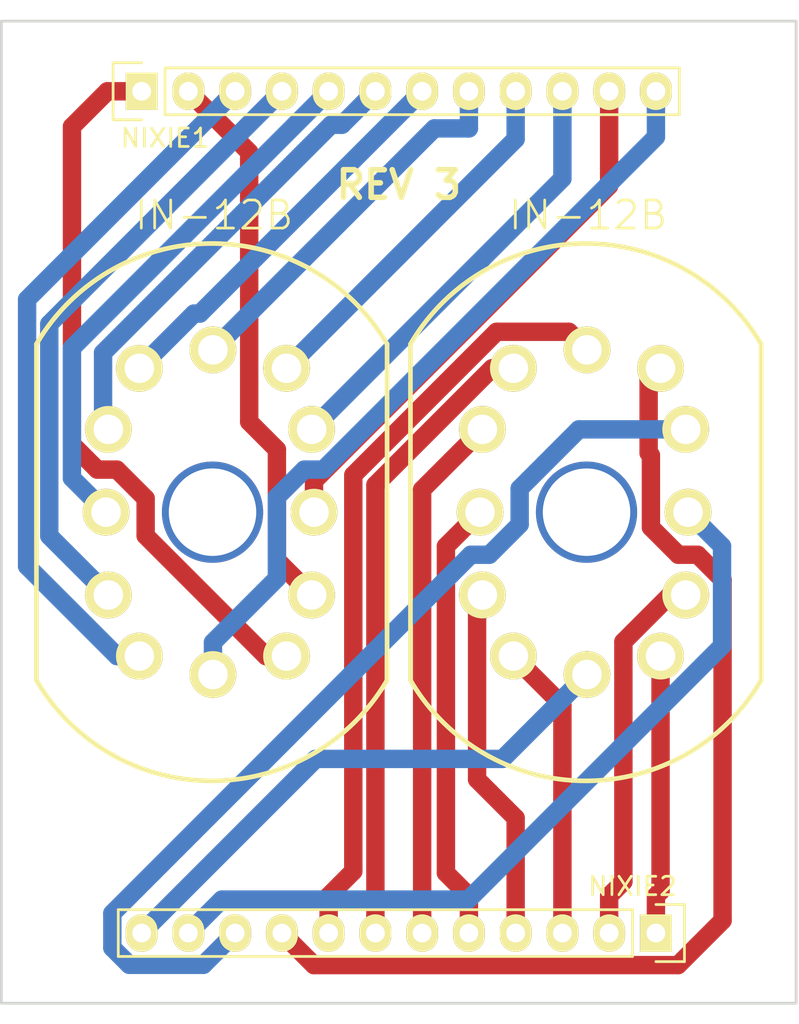
<source format=kicad_pcb>
(kicad_pcb (version 4) (host pcbnew "(2015-10-31 BZR 6288)-product")

  (general
    (links 24)
    (no_connects 0)
    (area 112.954999 53.264999 156.285001 106.755001)
    (thickness 1.6)
    (drawings 7)
    (tracks 107)
    (zones 0)
    (modules 4)
    (nets 25)
  )

  (page A4)
  (layers
    (0 F.Cu signal)
    (31 B.Cu signal)
    (32 B.Adhes user)
    (33 F.Adhes user)
    (34 B.Paste user)
    (35 F.Paste user)
    (36 B.SilkS user)
    (37 F.SilkS user)
    (38 B.Mask user)
    (39 F.Mask user)
    (40 Dwgs.User user)
    (41 Cmts.User user)
    (42 Eco1.User user)
    (43 Eco2.User user)
    (44 Edge.Cuts user)
    (45 Margin user)
    (46 B.CrtYd user)
    (47 F.CrtYd user)
    (48 B.Fab user)
    (49 F.Fab user)
  )

  (setup
    (last_trace_width 0.75)
    (trace_clearance 0.25)
    (zone_clearance 0.508)
    (zone_45_only no)
    (trace_min 0.2)
    (segment_width 0.2)
    (edge_width 0.15)
    (via_size 0.7)
    (via_drill 0.6)
    (via_min_size 0.4)
    (via_min_drill 0.3)
    (uvia_size 0.3)
    (uvia_drill 0.1)
    (uvias_allowed no)
    (uvia_min_size 0.2)
    (uvia_min_drill 0.1)
    (pcb_text_width 0.3)
    (pcb_text_size 1.5 1.5)
    (mod_edge_width 0.15)
    (mod_text_size 1 1)
    (mod_text_width 0.15)
    (pad_size 1.524 1.524)
    (pad_drill 0.762)
    (pad_to_mask_clearance 0.2)
    (aux_axis_origin 0 0)
    (visible_elements FFFFFF7F)
    (pcbplotparams
      (layerselection 0x010f0_80000001)
      (usegerberextensions true)
      (excludeedgelayer true)
      (linewidth 0.100000)
      (plotframeref false)
      (viasonmask false)
      (mode 1)
      (useauxorigin false)
      (hpglpennumber 1)
      (hpglpenspeed 20)
      (hpglpendiameter 15)
      (hpglpenoverlay 2)
      (psnegative false)
      (psa4output false)
      (plotreference true)
      (plotvalue true)
      (plotinvisibletext false)
      (padsonsilk false)
      (subtractmaskfromsilk false)
      (outputformat 1)
      (mirror false)
      (drillshape 0)
      (scaleselection 1)
      (outputdirectory GerberFiles/))
  )

  (net 0 "")
  (net 1 "Net-(N1-Pad0)")
  (net 2 "Net-(N1-Pad1)")
  (net 3 "Net-(N1-Pad2)")
  (net 4 "Net-(N1-Pad3)")
  (net 5 "Net-(N1-Pad4)")
  (net 6 "Net-(N1-Pad5)")
  (net 7 "Net-(N1-Pad6)")
  (net 8 "Net-(N1-Pad7)")
  (net 9 "Net-(N1-Pad8)")
  (net 10 "Net-(N1-Pad9)")
  (net 11 "Net-(N1-PadA)")
  (net 12 "Net-(N1-PadLHDP)")
  (net 13 "Net-(N2-Pad0)")
  (net 14 "Net-(N2-Pad1)")
  (net 15 "Net-(N2-Pad2)")
  (net 16 "Net-(N2-Pad3)")
  (net 17 "Net-(N2-Pad4)")
  (net 18 "Net-(N2-Pad5)")
  (net 19 "Net-(N2-Pad6)")
  (net 20 "Net-(N2-Pad7)")
  (net 21 "Net-(N2-Pad8)")
  (net 22 "Net-(N2-Pad9)")
  (net 23 "Net-(N2-PadA)")
  (net 24 "Net-(N2-PadLHDP)")

  (net_class Default "This is the default net class."
    (clearance 0.25)
    (trace_width 0.75)
    (via_dia 0.7)
    (via_drill 0.6)
    (uvia_dia 0.3)
    (uvia_drill 0.1)
    (add_net "Net-(N1-Pad0)")
    (add_net "Net-(N1-Pad1)")
    (add_net "Net-(N1-Pad2)")
    (add_net "Net-(N1-Pad3)")
    (add_net "Net-(N1-Pad4)")
    (add_net "Net-(N1-Pad5)")
    (add_net "Net-(N1-Pad6)")
    (add_net "Net-(N1-Pad7)")
    (add_net "Net-(N1-Pad8)")
    (add_net "Net-(N1-Pad9)")
    (add_net "Net-(N1-PadA)")
    (add_net "Net-(N1-PadLHDP)")
    (add_net "Net-(N2-Pad0)")
    (add_net "Net-(N2-Pad1)")
    (add_net "Net-(N2-Pad2)")
    (add_net "Net-(N2-Pad3)")
    (add_net "Net-(N2-Pad4)")
    (add_net "Net-(N2-Pad5)")
    (add_net "Net-(N2-Pad6)")
    (add_net "Net-(N2-Pad7)")
    (add_net "Net-(N2-Pad8)")
    (add_net "Net-(N2-Pad9)")
    (add_net "Net-(N2-PadA)")
    (add_net "Net-(N2-PadLHDP)")
  )

  (module Pin_Headers:Pin_Header_Straight_1x12 (layer F.Cu) (tedit 56554783) (tstamp 563AB997)
    (at 120.65 57.15 90)
    (descr "Through hole pin header")
    (tags "pin header")
    (path /56396AB9)
    (fp_text reference P1 (at 0 -5.1 90) (layer F.Fab)
      (effects (font (size 1 1) (thickness 0.15)))
    )
    (fp_text value CONN_01X12 (at 0 -3.1 90) (layer F.Fab)
      (effects (font (size 1 1) (thickness 0.15)))
    )
    (fp_line (start -1.75 -1.75) (end -1.75 29.7) (layer F.CrtYd) (width 0.05))
    (fp_line (start 1.75 -1.75) (end 1.75 29.7) (layer F.CrtYd) (width 0.05))
    (fp_line (start -1.75 -1.75) (end 1.75 -1.75) (layer F.CrtYd) (width 0.05))
    (fp_line (start -1.75 29.7) (end 1.75 29.7) (layer F.CrtYd) (width 0.05))
    (fp_line (start 1.27 1.27) (end 1.27 29.21) (layer F.SilkS) (width 0.15))
    (fp_line (start 1.27 29.21) (end -1.27 29.21) (layer F.SilkS) (width 0.15))
    (fp_line (start -1.27 29.21) (end -1.27 1.27) (layer F.SilkS) (width 0.15))
    (fp_line (start 1.55 -1.55) (end 1.55 0) (layer F.SilkS) (width 0.15))
    (fp_line (start 1.27 1.27) (end -1.27 1.27) (layer F.SilkS) (width 0.15))
    (fp_line (start -1.55 0) (end -1.55 -1.55) (layer F.SilkS) (width 0.15))
    (fp_line (start -1.55 -1.55) (end 1.55 -1.55) (layer F.SilkS) (width 0.15))
    (pad 1 thru_hole rect (at 0 0 90) (size 2.032 1.7272) (drill 1.016) (layers *.Cu *.Mask F.SilkS)
      (net 11 "Net-(N1-PadA)"))
    (pad 2 thru_hole oval (at 0 2.54 90) (size 2.032 1.7272) (drill 1.016) (layers *.Cu *.Mask F.SilkS)
      (net 1 "Net-(N1-Pad0)"))
    (pad 3 thru_hole oval (at 0 5.08 90) (size 2.032 1.7272) (drill 1.016) (layers *.Cu *.Mask F.SilkS)
      (net 2 "Net-(N1-Pad1)"))
    (pad 4 thru_hole oval (at 0 7.62 90) (size 2.032 1.7272) (drill 1.016) (layers *.Cu *.Mask F.SilkS)
      (net 3 "Net-(N1-Pad2)"))
    (pad 5 thru_hole oval (at 0 10.16 90) (size 2.032 1.7272) (drill 1.016) (layers *.Cu *.Mask F.SilkS)
      (net 4 "Net-(N1-Pad3)"))
    (pad 6 thru_hole oval (at 0 12.7 90) (size 2.032 1.7272) (drill 1.016) (layers *.Cu *.Mask F.SilkS)
      (net 5 "Net-(N1-Pad4)"))
    (pad 7 thru_hole oval (at 0 15.24 90) (size 2.032 1.7272) (drill 1.016) (layers *.Cu *.Mask F.SilkS)
      (net 6 "Net-(N1-Pad5)"))
    (pad 8 thru_hole oval (at 0 17.78 90) (size 2.032 1.7272) (drill 1.016) (layers *.Cu *.Mask F.SilkS)
      (net 7 "Net-(N1-Pad6)"))
    (pad 9 thru_hole oval (at 0 20.32 90) (size 2.032 1.7272) (drill 1.016) (layers *.Cu *.Mask F.SilkS)
      (net 8 "Net-(N1-Pad7)"))
    (pad 10 thru_hole oval (at 0 22.86 90) (size 2.032 1.7272) (drill 1.016) (layers *.Cu *.Mask F.SilkS)
      (net 9 "Net-(N1-Pad8)"))
    (pad 11 thru_hole oval (at 0 25.4 90) (size 2.032 1.7272) (drill 1.016) (layers *.Cu *.Mask F.SilkS)
      (net 10 "Net-(N1-Pad9)"))
    (pad 12 thru_hole oval (at 0 27.94 90) (size 2.032 1.7272) (drill 1.016) (layers *.Cu *.Mask F.SilkS)
      (net 12 "Net-(N1-PadLHDP)"))
    (model Pin_Headers.3dshapes/Pin_Header_Straight_1x12.wrl
      (at (xyz 0 -0.55 0))
      (scale (xyz 1 1 1))
      (rotate (xyz 0 0 90))
    )
  )

  (module Pin_Headers:Pin_Header_Straight_1x12 (layer F.Cu) (tedit 5655478E) (tstamp 563AB9B2)
    (at 148.59 102.87 270)
    (descr "Through hole pin header")
    (tags "pin header")
    (path /56396B24)
    (fp_text reference P2 (at 0 -5.1 270) (layer F.Fab)
      (effects (font (size 1 1) (thickness 0.15)))
    )
    (fp_text value CONN_01X12 (at 0 -3.1 270) (layer F.Fab)
      (effects (font (size 1 1) (thickness 0.15)))
    )
    (fp_line (start -1.75 -1.75) (end -1.75 29.7) (layer F.CrtYd) (width 0.05))
    (fp_line (start 1.75 -1.75) (end 1.75 29.7) (layer F.CrtYd) (width 0.05))
    (fp_line (start -1.75 -1.75) (end 1.75 -1.75) (layer F.CrtYd) (width 0.05))
    (fp_line (start -1.75 29.7) (end 1.75 29.7) (layer F.CrtYd) (width 0.05))
    (fp_line (start 1.27 1.27) (end 1.27 29.21) (layer F.SilkS) (width 0.15))
    (fp_line (start 1.27 29.21) (end -1.27 29.21) (layer F.SilkS) (width 0.15))
    (fp_line (start -1.27 29.21) (end -1.27 1.27) (layer F.SilkS) (width 0.15))
    (fp_line (start 1.55 -1.55) (end 1.55 0) (layer F.SilkS) (width 0.15))
    (fp_line (start 1.27 1.27) (end -1.27 1.27) (layer F.SilkS) (width 0.15))
    (fp_line (start -1.55 0) (end -1.55 -1.55) (layer F.SilkS) (width 0.15))
    (fp_line (start -1.55 -1.55) (end 1.55 -1.55) (layer F.SilkS) (width 0.15))
    (pad 1 thru_hole rect (at 0 0 270) (size 2.032 1.7272) (drill 1.016) (layers *.Cu *.Mask F.SilkS)
      (net 23 "Net-(N2-PadA)"))
    (pad 2 thru_hole oval (at 0 2.54 270) (size 2.032 1.7272) (drill 1.016) (layers *.Cu *.Mask F.SilkS)
      (net 13 "Net-(N2-Pad0)"))
    (pad 3 thru_hole oval (at 0 5.08 270) (size 2.032 1.7272) (drill 1.016) (layers *.Cu *.Mask F.SilkS)
      (net 14 "Net-(N2-Pad1)"))
    (pad 4 thru_hole oval (at 0 7.62 270) (size 2.032 1.7272) (drill 1.016) (layers *.Cu *.Mask F.SilkS)
      (net 15 "Net-(N2-Pad2)"))
    (pad 5 thru_hole oval (at 0 10.16 270) (size 2.032 1.7272) (drill 1.016) (layers *.Cu *.Mask F.SilkS)
      (net 16 "Net-(N2-Pad3)"))
    (pad 6 thru_hole oval (at 0 12.7 270) (size 2.032 1.7272) (drill 1.016) (layers *.Cu *.Mask F.SilkS)
      (net 17 "Net-(N2-Pad4)"))
    (pad 7 thru_hole oval (at 0 15.24 270) (size 2.032 1.7272) (drill 1.016) (layers *.Cu *.Mask F.SilkS)
      (net 18 "Net-(N2-Pad5)"))
    (pad 8 thru_hole oval (at 0 17.78 270) (size 2.032 1.7272) (drill 1.016) (layers *.Cu *.Mask F.SilkS)
      (net 19 "Net-(N2-Pad6)"))
    (pad 9 thru_hole oval (at 0 20.32 270) (size 2.032 1.7272) (drill 1.016) (layers *.Cu *.Mask F.SilkS)
      (net 20 "Net-(N2-Pad7)"))
    (pad 10 thru_hole oval (at 0 22.86 270) (size 2.032 1.7272) (drill 1.016) (layers *.Cu *.Mask F.SilkS)
      (net 21 "Net-(N2-Pad8)"))
    (pad 11 thru_hole oval (at 0 25.4 270) (size 2.032 1.7272) (drill 1.016) (layers *.Cu *.Mask F.SilkS)
      (net 22 "Net-(N2-Pad9)"))
    (pad 12 thru_hole oval (at 0 27.94 270) (size 2.032 1.7272) (drill 1.016) (layers *.Cu *.Mask F.SilkS)
      (net 24 "Net-(N2-PadLHDP)"))
    (model Pin_Headers.3dshapes/Pin_Header_Straight_1x12.wrl
      (at (xyz 0 -0.55 0))
      (scale (xyz 1 1 1))
      (rotate (xyz 0 0 90))
    )
  )

  (module IN12B:russian-nixies-IN-12 (layer F.Cu) (tedit 56554754) (tstamp 563AB960)
    (at 124.46 80.01)
    (descr "MAY BE USED WITH SOCKET: SK-136")
    (tags "MAY BE USED WITH SOCKET: SK-136")
    (path /563969E1)
    (attr virtual)
    (fp_text reference N1 (at 10.69848 0.0635 90) (layer F.Fab)
      (effects (font (size 1.27 1.27) (thickness 0.0889)))
    )
    (fp_text value IN-12B (at 0.127 -16.129) (layer F.SilkS)
      (effects (font (thickness 0.15)))
    )
    (fp_line (start 9.525 -9.128125) (end 9.525 9.128125) (layer F.SilkS) (width 0.254))
    (fp_line (start -9.525 9.128125) (end -9.525 -9.128125) (layer F.SilkS) (width 0.254))
    (fp_arc (start 0 3.559048) (end 9.525 9.128125) (angle 119.4) (layer F.SilkS) (width 0.254))
    (fp_arc (start 0 -3.559048) (end -9.525 -9.128125) (angle 119.4) (layer F.SilkS) (width 0.254))
    (pad 0 thru_hole circle (at 5.42798 4.49834) (size 2.54 2.54) (drill 1.6) (layers *.Cu *.Mask F.SilkS)
      (net 1 "Net-(N1-Pad0)"))
    (pad 1 thru_hole circle (at -3.93446 7.81558) (size 2.54 2.54) (drill 1.6) (layers *.Cu *.Mask F.SilkS)
      (net 2 "Net-(N1-Pad1)"))
    (pad 2 thru_hole circle (at -5.61848 4.49834) (size 2.54 2.54) (drill 1.6) (layers *.Cu *.Mask F.SilkS)
      (net 3 "Net-(N1-Pad2)"))
    (pad 3 thru_hole circle (at -5.74548 0) (size 2.54 2.54) (drill 1.6) (layers *.Cu *.Mask F.SilkS)
      (net 4 "Net-(N1-Pad3)"))
    (pad 4 thru_hole circle (at -5.61848 -4.49834) (size 2.54 2.54) (drill 1.6) (layers *.Cu *.Mask F.SilkS)
      (net 5 "Net-(N1-Pad4)"))
    (pad 5 thru_hole circle (at -3.93446 -7.81558) (size 2.54 2.54) (drill 1.6) (layers *.Cu *.Mask F.SilkS)
      (net 6 "Net-(N1-Pad5)"))
    (pad 6 thru_hole circle (at 0.0635 -8.81634) (size 2.54 2.54) (drill 1.6) (layers *.Cu *.Mask F.SilkS)
      (net 7 "Net-(N1-Pad6)"))
    (pad 7 thru_hole circle (at 4.06146 -7.81558) (size 2.54 2.54) (drill 1.6) (layers *.Cu *.Mask F.SilkS)
      (net 8 "Net-(N1-Pad7)"))
    (pad 8 thru_hole circle (at 5.42798 -4.49834) (size 2.54 2.54) (drill 1.6) (layers *.Cu *.Mask F.SilkS)
      (net 9 "Net-(N1-Pad8)"))
    (pad 9 thru_hole circle (at 5.55498 0) (size 2.54 2.54) (drill 1.6) (layers *.Cu *.Mask F.SilkS)
      (net 10 "Net-(N1-Pad9)"))
    (pad A thru_hole circle (at 4.06146 7.81558) (size 2.54 2.54) (drill 1.6) (layers *.Cu *.Mask F.SilkS)
      (net 11 "Net-(N1-PadA)"))
    (pad LHDP thru_hole circle (at 0.0635 8.81634) (size 2.54 2.54) (drill 1.6) (layers *.Cu *.Mask F.SilkS)
      (net 12 "Net-(N1-PadLHDP)"))
    (pad "" thru_hole circle (at 0.041 0) (size 5.5 5.5) (drill 4.75) (layers *.Cu))
  )

  (module IN12B:russian-nixies-IN-12 (layer F.Cu) (tedit 56554745) (tstamp 563AB97C)
    (at 144.78 80.01)
    (descr "MAY BE USED WITH SOCKET: SK-136")
    (tags "MAY BE USED WITH SOCKET: SK-136")
    (path /56396A4D)
    (attr virtual)
    (fp_text reference N2 (at 10.69848 0.0635 90) (layer F.Fab)
      (effects (font (size 1.27 1.27) (thickness 0.0889)))
    )
    (fp_text value IN-12B (at 0.127 -16.129) (layer F.SilkS)
      (effects (font (thickness 0.15)))
    )
    (fp_line (start 9.525 -9.128125) (end 9.525 9.128125) (layer F.SilkS) (width 0.254))
    (fp_line (start -9.525 9.128125) (end -9.525 -9.128125) (layer F.SilkS) (width 0.254))
    (fp_arc (start 0 3.559048) (end 9.525 9.128125) (angle 119.4) (layer F.SilkS) (width 0.254))
    (fp_arc (start 0 -3.559048) (end -9.525 -9.128125) (angle 119.4) (layer F.SilkS) (width 0.254))
    (pad 0 thru_hole circle (at 5.42798 4.49834) (size 2.54 2.54) (drill 1.6) (layers *.Cu *.Mask F.SilkS)
      (net 13 "Net-(N2-Pad0)"))
    (pad 1 thru_hole circle (at -3.93446 7.81558) (size 2.54 2.54) (drill 1.6) (layers *.Cu *.Mask F.SilkS)
      (net 14 "Net-(N2-Pad1)"))
    (pad 2 thru_hole circle (at -5.61848 4.49834) (size 2.54 2.54) (drill 1.6) (layers *.Cu *.Mask F.SilkS)
      (net 15 "Net-(N2-Pad2)"))
    (pad 3 thru_hole circle (at -5.74548 0) (size 2.54 2.54) (drill 1.6) (layers *.Cu *.Mask F.SilkS)
      (net 16 "Net-(N2-Pad3)"))
    (pad 4 thru_hole circle (at -5.61848 -4.49834) (size 2.54 2.54) (drill 1.6) (layers *.Cu *.Mask F.SilkS)
      (net 17 "Net-(N2-Pad4)"))
    (pad 5 thru_hole circle (at -3.93446 -7.81558) (size 2.54 2.54) (drill 1.6) (layers *.Cu *.Mask F.SilkS)
      (net 18 "Net-(N2-Pad5)"))
    (pad 6 thru_hole circle (at 0.0635 -8.81634) (size 2.54 2.54) (drill 1.6) (layers *.Cu *.Mask F.SilkS)
      (net 19 "Net-(N2-Pad6)"))
    (pad 7 thru_hole circle (at 4.06146 -7.81558) (size 2.54 2.54) (drill 1.6) (layers *.Cu *.Mask F.SilkS)
      (net 20 "Net-(N2-Pad7)"))
    (pad 8 thru_hole circle (at 5.42798 -4.49834) (size 2.54 2.54) (drill 1.6) (layers *.Cu *.Mask F.SilkS)
      (net 21 "Net-(N2-Pad8)"))
    (pad 9 thru_hole circle (at 5.55498 0) (size 2.54 2.54) (drill 1.6) (layers *.Cu *.Mask F.SilkS)
      (net 22 "Net-(N2-Pad9)"))
    (pad A thru_hole circle (at 4.06146 7.81558) (size 2.54 2.54) (drill 1.6) (layers *.Cu *.Mask F.SilkS)
      (net 23 "Net-(N2-PadA)"))
    (pad LHDP thru_hole circle (at 0.0635 8.81634) (size 2.54 2.54) (drill 1.6) (layers *.Cu *.Mask F.SilkS)
      (net 24 "Net-(N2-PadLHDP)"))
    (pad "" thru_hole circle (at 0.041 0) (size 5.5 5.5) (drill 4.75) (layers *.Cu))
  )

  (gr_text NIXIE2 (at 147.32 100.33) (layer F.SilkS)
    (effects (font (size 1 1) (thickness 0.15)))
  )
  (gr_text NIXIE1 (at 121.92 59.69) (layer F.SilkS)
    (effects (font (size 1 1) (thickness 0.15)))
  )
  (gr_text "REV 3" (at 134.62 62.23) (layer F.SilkS)
    (effects (font (size 1.5 1.5) (thickness 0.3)))
  )
  (gr_line (start 156.21 53.34) (end 156.21 106.68) (angle 90) (layer Edge.Cuts) (width 0.15))
  (gr_line (start 113.03 53.34) (end 156.21 53.34) (angle 90) (layer Edge.Cuts) (width 0.15))
  (gr_line (start 113.03 106.68) (end 113.03 53.34) (angle 90) (layer Edge.Cuts) (width 0.15))
  (gr_line (start 156.21 106.68) (end 113.03 106.68) (angle 90) (layer Edge.Cuts) (width 0.15))

  (segment (start 126.494 60.454) (end 123.19 57.15) (width 1) (layer F.Cu) (net 1))
  (segment (start 126.494 75.1017) (end 126.494 60.454) (width 1) (layer F.Cu) (net 1))
  (segment (start 127.998 76.6057) (end 126.494 75.1017) (width 1) (layer F.Cu) (net 1))
  (segment (start 127.998 82.6183) (end 127.998 76.6057) (width 1) (layer F.Cu) (net 1))
  (segment (start 129.888 84.5083) (end 127.998 82.6183) (width 1) (layer F.Cu) (net 1))
  (segment (start 114.4274 68.4526) (end 125.73 57.15) (width 1) (layer B.Cu) (net 2))
  (segment (start 114.4274 82.9399) (end 114.4274 68.4526) (width 1) (layer B.Cu) (net 2))
  (segment (start 119.3131 87.8256) (end 114.4274 82.9399) (width 1) (layer B.Cu) (net 2))
  (segment (start 120.5255 87.8256) (end 119.3131 87.8256) (width 1) (layer B.Cu) (net 2))
  (segment (start 115.6319 69.7881) (end 128.27 57.15) (width 1) (layer B.Cu) (net 3))
  (segment (start 115.6319 81.2987) (end 115.6319 69.7881) (width 1) (layer B.Cu) (net 3))
  (segment (start 118.8415 84.5083) (end 115.6319 81.2987) (width 1) (layer B.Cu) (net 3))
  (segment (start 116.8626 71.0974) (end 130.81 57.15) (width 1) (layer B.Cu) (net 4))
  (segment (start 116.8626 78.1581) (end 116.8626 71.0974) (width 1) (layer B.Cu) (net 4))
  (segment (start 118.7145 80.01) (end 116.8626 78.1581) (width 1) (layer B.Cu) (net 4))
  (segment (start 131.5317 58.9683) (end 133.35 57.15) (width 1) (layer B.Cu) (net 5))
  (segment (start 130.939 58.9683) (end 131.5317 58.9683) (width 1) (layer B.Cu) (net 5))
  (segment (start 118.5549 71.3524) (end 130.939 58.9683) (width 1) (layer B.Cu) (net 5))
  (segment (start 118.5549 75.2251) (end 118.5549 71.3524) (width 1) (layer B.Cu) (net 5))
  (segment (start 118.8415 75.5117) (end 118.5549 75.2251) (width 1) (layer B.Cu) (net 5))
  (segment (start 123.8167 69.2233) (end 135.89 57.15) (width 1) (layer B.Cu) (net 6))
  (segment (start 123.4966 69.2233) (end 123.8167 69.2233) (width 1) (layer B.Cu) (net 6))
  (segment (start 120.5255 72.1944) (end 123.4966 69.2233) (width 1) (layer B.Cu) (net 6))
  (segment (start 136.5512 59.166) (end 138.43 59.166) (width 1) (layer B.Cu) (net 7))
  (segment (start 124.5235 71.1937) (end 136.5512 59.166) (width 1) (layer B.Cu) (net 7))
  (segment (start 138.43 57.15) (end 138.43 59.166) (width 1) (layer B.Cu) (net 7))
  (segment (start 140.97 59.7459) (end 140.97 57.15) (width 1) (layer B.Cu) (net 8))
  (segment (start 128.5215 72.1944) (end 140.97 59.7459) (width 1) (layer B.Cu) (net 8))
  (segment (start 143.51 61.8897) (end 143.51 57.15) (width 1) (layer B.Cu) (net 9))
  (segment (start 129.888 75.5117) (end 143.51 61.8897) (width 1) (layer B.Cu) (net 9))
  (segment (start 130.015 78.3125) (end 130.015 80.01) (width 1) (layer F.Cu) (net 10))
  (segment (start 146.05 62.2775) (end 130.015 78.3125) (width 1) (layer F.Cu) (net 10))
  (segment (start 146.05 57.15) (end 146.05 62.2775) (width 1) (layer F.Cu) (net 10))
  (segment (start 116.8659 59.0705) (end 118.7864 57.15) (width 1) (layer F.Cu) (net 11))
  (segment (start 116.8659 76.3246) (end 116.8659 59.0705) (width 1) (layer F.Cu) (net 11))
  (segment (start 118.2387 77.6974) (end 116.8659 76.3246) (width 1) (layer F.Cu) (net 11))
  (segment (start 119.3023 77.6974) (end 118.2387 77.6974) (width 1) (layer F.Cu) (net 11))
  (segment (start 120.8678 79.2629) (end 119.3023 77.6974) (width 1) (layer F.Cu) (net 11))
  (segment (start 120.8678 81.2895) (end 120.8678 79.2629) (width 1) (layer F.Cu) (net 11))
  (segment (start 127.4039 87.8256) (end 120.8678 81.2895) (width 1) (layer F.Cu) (net 11))
  (segment (start 128.5215 87.8256) (end 127.4039 87.8256) (width 1) (layer F.Cu) (net 11))
  (segment (start 120.65 57.15) (end 118.7864 57.15) (width 1) (layer F.Cu) (net 11))
  (segment (start 148.59 59.6317) (end 148.59 57.15) (width 1) (layer B.Cu) (net 12))
  (segment (start 130.5243 77.6974) (end 148.59 59.6317) (width 1) (layer B.Cu) (net 12))
  (segment (start 129.4869 77.6974) (end 130.5243 77.6974) (width 1) (layer B.Cu) (net 12))
  (segment (start 127.998 79.1863) (end 129.4869 77.6974) (width 1) (layer B.Cu) (net 12))
  (segment (start 127.998 83.6117) (end 127.998 79.1863) (width 1) (layer B.Cu) (net 12))
  (segment (start 124.5235 87.0862) (end 127.998 83.6117) (width 1) (layer B.Cu) (net 12))
  (segment (start 124.5235 88.8263) (end 124.5235 87.0862) (width 1) (layer B.Cu) (net 12))
  (segment (start 146.822 100.082) (end 146.05 100.854) (width 1) (layer F.Cu) (net 13))
  (segment (start 146.822 87.0515) (end 146.822 100.082) (width 1) (layer F.Cu) (net 13))
  (segment (start 149.3652 84.5083) (end 146.822 87.0515) (width 1) (layer F.Cu) (net 13))
  (segment (start 150.208 84.5083) (end 149.3652 84.5083) (width 1) (layer F.Cu) (net 13))
  (segment (start 146.05 102.87) (end 146.05 100.854) (width 1) (layer F.Cu) (net 13))
  (segment (start 143.51 90.4901) (end 143.51 102.87) (width 1) (layer F.Cu) (net 14))
  (segment (start 140.8455 87.8256) (end 143.51 90.4901) (width 1) (layer F.Cu) (net 14))
  (segment (start 140.97 96.6225) (end 140.97 102.87) (width 1) (layer F.Cu) (net 15))
  (segment (start 138.8751 94.5276) (end 140.97 96.6225) (width 1) (layer F.Cu) (net 15))
  (segment (start 138.8751 84.7947) (end 138.8751 94.5276) (width 1) (layer F.Cu) (net 15))
  (segment (start 139.1615 84.5083) (end 138.8751 84.7947) (width 1) (layer F.Cu) (net 15))
  (segment (start 137.1813 99.6053) (end 138.43 100.854) (width 1) (layer F.Cu) (net 16))
  (segment (start 137.1813 81.8632) (end 137.1813 99.6053) (width 1) (layer F.Cu) (net 16))
  (segment (start 139.0345 80.01) (end 137.1813 81.8632) (width 1) (layer F.Cu) (net 16))
  (segment (start 138.43 102.87) (end 138.43 100.854) (width 1) (layer F.Cu) (net 16))
  (segment (start 135.89 78.7832) (end 135.89 102.87) (width 1) (layer F.Cu) (net 17))
  (segment (start 139.1615 75.5117) (end 135.89 78.7832) (width 1) (layer F.Cu) (net 17))
  (segment (start 133.35 78.5322) (end 133.35 102.87) (width 1) (layer F.Cu) (net 18))
  (segment (start 139.6878 72.1944) (end 133.35 78.5322) (width 1) (layer F.Cu) (net 18))
  (segment (start 140.8455 72.1944) (end 139.6878 72.1944) (width 1) (layer F.Cu) (net 18))
  (segment (start 132.1496 99.5144) (end 130.81 100.854) (width 1) (layer F.Cu) (net 19))
  (segment (start 132.1496 77.9967) (end 132.1496 99.5144) (width 1) (layer F.Cu) (net 19))
  (segment (start 139.9337 70.2126) (end 132.1496 77.9967) (width 1) (layer F.Cu) (net 19))
  (segment (start 143.8624 70.2126) (end 139.9337 70.2126) (width 1) (layer F.Cu) (net 19))
  (segment (start 144.8435 71.1937) (end 143.8624 70.2126) (width 1) (layer F.Cu) (net 19))
  (segment (start 130.81 102.87) (end 130.81 100.854) (width 1) (layer F.Cu) (net 19))
  (segment (start 130.0105 104.6105) (end 128.27 102.87) (width 1) (layer F.Cu) (net 20))
  (segment (start 149.7905 104.6105) (end 130.0105 104.6105) (width 1) (layer F.Cu) (net 20))
  (segment (start 152.2108 102.1902) (end 149.7905 104.6105) (width 1) (layer F.Cu) (net 20))
  (segment (start 152.2108 83.6777) (end 152.2108 102.1902) (width 1) (layer F.Cu) (net 20))
  (segment (start 150.8557 82.3226) (end 152.2108 83.6777) (width 1) (layer F.Cu) (net 20))
  (segment (start 149.8069 82.3226) (end 150.8557 82.3226) (width 1) (layer F.Cu) (net 20))
  (segment (start 148.318 80.8337) (end 149.8069 82.3226) (width 1) (layer F.Cu) (net 20))
  (segment (start 148.318 76.9175) (end 148.318 80.8337) (width 1) (layer F.Cu) (net 20))
  (segment (start 148.1942 76.7937) (end 148.318 76.9175) (width 1) (layer F.Cu) (net 20))
  (segment (start 148.1942 72.8417) (end 148.1942 76.7937) (width 1) (layer F.Cu) (net 20))
  (segment (start 148.8415 72.1944) (end 148.1942 72.8417) (width 1) (layer F.Cu) (net 20))
  (segment (start 124.0053 104.5947) (end 125.73 102.87) (width 1) (layer B.Cu) (net 21))
  (segment (start 119.9807 104.5947) (end 124.0053 104.5947) (width 1) (layer B.Cu) (net 21))
  (segment (start 119.0582 103.6722) (end 119.9807 104.5947) (width 1) (layer B.Cu) (net 21))
  (segment (start 119.0582 101.7979) (end 119.0582 103.6722) (width 1) (layer B.Cu) (net 21))
  (segment (start 138.5335 82.3226) (end 119.0582 101.7979) (width 1) (layer B.Cu) (net 21))
  (segment (start 139.5433 82.3226) (end 138.5335 82.3226) (width 1) (layer B.Cu) (net 21))
  (segment (start 141.1878 80.6781) (end 139.5433 82.3226) (width 1) (layer B.Cu) (net 21))
  (segment (start 141.1878 78.7305) (end 141.1878 80.6781) (width 1) (layer B.Cu) (net 21))
  (segment (start 144.4066 75.5117) (end 141.1878 78.7305) (width 1) (layer B.Cu) (net 21))
  (segment (start 150.208 75.5117) (end 144.4066 75.5117) (width 1) (layer B.Cu) (net 21))
  (segment (start 125.0083 101.0517) (end 123.19 102.87) (width 1) (layer B.Cu) (net 22))
  (segment (start 138.4047 101.0517) (end 125.0083 101.0517) (width 1) (layer B.Cu) (net 22))
  (segment (start 152.1825 87.2739) (end 138.4047 101.0517) (width 1) (layer B.Cu) (net 22))
  (segment (start 152.1825 81.8575) (end 152.1825 87.2739) (width 1) (layer B.Cu) (net 22))
  (segment (start 150.335 80.01) (end 152.1825 81.8575) (width 1) (layer B.Cu) (net 22))
  (segment (start 148.8415 100.6025) (end 148.59 100.854) (width 1) (layer F.Cu) (net 23))
  (segment (start 148.8415 87.8256) (end 148.8415 100.6025) (width 1) (layer F.Cu) (net 23))
  (segment (start 148.59 102.87) (end 148.59 100.854) (width 1) (layer F.Cu) (net 23))
  (segment (start 130.1103 93.4097) (end 120.65 102.87) (width 1) (layer B.Cu) (net 24))
  (segment (start 140.2601 93.4097) (end 130.1103 93.4097) (width 1) (layer B.Cu) (net 24))
  (segment (start 144.8435 88.8263) (end 140.2601 93.4097) (width 1) (layer B.Cu) (net 24))

)

</source>
